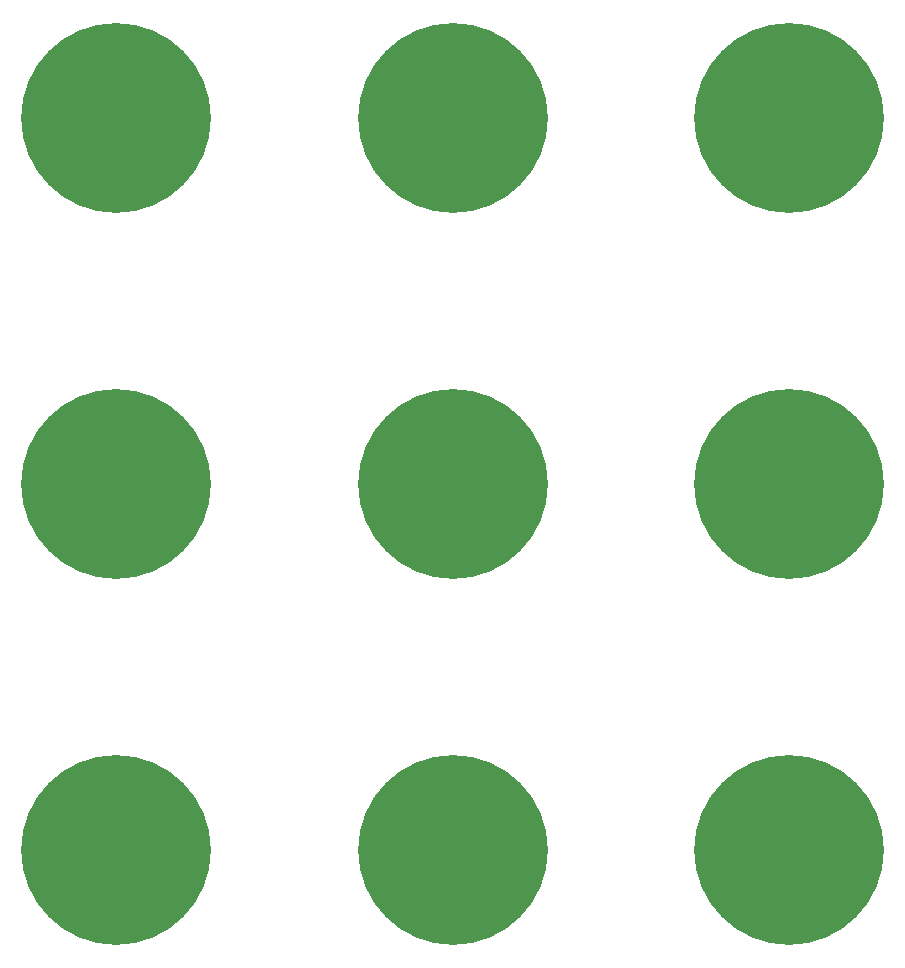
<source format=gto>
G04 EAGLE Gerber RS-274X export*
G75*
%MOMM*%
%FSLAX34Y34*%
%LPD*%
%INSilkscreen Top*%
%IPPOS*%
%AMOC8*
5,1,8,0,0,1.08239X$1,22.5*%
G01*
%ADD10C,16.076913*%


D10*
X139700Y95250D03*
X424205Y95250D03*
X708711Y95250D03*
X139700Y405130D03*
X424205Y405130D03*
X708711Y405130D03*
X139700Y715010D03*
X424205Y715010D03*
X708711Y715010D03*
M02*

</source>
